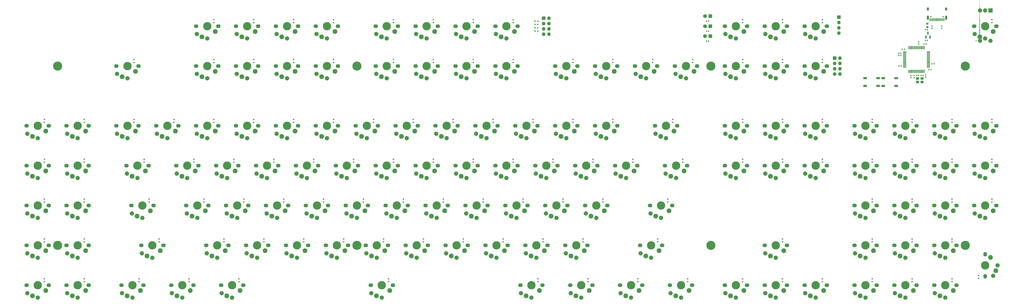
<source format=gbr>
%TF.GenerationSoftware,KiCad,Pcbnew,(6.0.0)*%
%TF.CreationDate,2022-04-04T19:04:30-04:00*%
%TF.ProjectId,SweetBusiness,53776565-7442-4757-9369-6e6573732e6b,rev?*%
%TF.SameCoordinates,Original*%
%TF.FileFunction,Soldermask,Bot*%
%TF.FilePolarity,Negative*%
%FSLAX46Y46*%
G04 Gerber Fmt 4.6, Leading zero omitted, Abs format (unit mm)*
G04 Created by KiCad (PCBNEW (6.0.0)) date 2022-04-04 19:04:30*
%MOMM*%
%LPD*%
G01*
G04 APERTURE LIST*
G04 Aperture macros list*
%AMRoundRect*
0 Rectangle with rounded corners*
0 $1 Rounding radius*
0 $2 $3 $4 $5 $6 $7 $8 $9 X,Y pos of 4 corners*
0 Add a 4 corners polygon primitive as box body*
4,1,4,$2,$3,$4,$5,$6,$7,$8,$9,$2,$3,0*
0 Add four circle primitives for the rounded corners*
1,1,$1+$1,$2,$3*
1,1,$1+$1,$4,$5*
1,1,$1+$1,$6,$7*
1,1,$1+$1,$8,$9*
0 Add four rect primitives between the rounded corners*
20,1,$1+$1,$2,$3,$4,$5,0*
20,1,$1+$1,$4,$5,$6,$7,0*
20,1,$1+$1,$6,$7,$8,$9,0*
20,1,$1+$1,$8,$9,$2,$3,0*%
%AMFreePoly0*
4,1,52,0.201078,0.979575,0.387516,0.921863,0.559193,0.829038,0.709571,0.704634,0.832921,0.553392,0.924546,0.381070,0.980955,0.194234,1.000000,0.000000,0.999610,-0.027922,0.975149,-0.221548,0.913545,-0.406737,0.817145,-0.576432,0.689620,-0.724172,0.535827,-0.844328,0.361625,-0.932324,0.173648,-0.984808,-0.020942,-0.999781,-0.214735,-0.976672,-0.400349,-0.916363,-0.570714,-0.821149,
-0.719340,-0.694658,-0.840567,-0.541708,-0.929776,-0.368125,-0.983571,-0.180519,-0.991955,-0.080679,-1.680947,-0.095033,-1.689030,-0.135671,-1.743223,-0.216777,-1.824329,-0.270970,-1.920000,-0.290000,-2.015671,-0.270970,-2.096777,-0.216777,-2.150970,-0.135671,-2.170000,-0.040000,-2.150970,0.055671,-2.096777,0.136777,-2.015671,0.190970,-1.920000,0.210000,-1.824329,0.190970,-1.743223,0.136777,
-1.689030,0.055671,-1.682920,0.024952,-0.997068,0.039241,-0.978148,0.207912,-0.919135,0.393942,-0.825113,0.564967,-0.699663,0.714473,-0.547563,0.836764,-0.374607,0.927184,-0.187381,0.982287,0.006981,0.999976,0.201078,0.979575,0.201078,0.979575,$1*%
G04 Aperture macros list end*
%ADD10C,4.350000*%
%ADD11C,3.987800*%
%ADD12O,2.150000X1.750000*%
%ADD13C,2.032000*%
%ADD14C,2.286000*%
%ADD15R,1.700000X1.700000*%
%ADD16O,1.700000X1.700000*%
%ADD17FreePoly0,270.000000*%
%ADD18C,2.000000*%
%ADD19R,2.000000X2.000000*%
%ADD20O,1.750000X2.150000*%
%ADD21R,0.700000X0.600000*%
%ADD22RoundRect,0.147500X-0.147500X-0.172500X0.147500X-0.172500X0.147500X0.172500X-0.147500X0.172500X0*%
%ADD23RoundRect,0.075000X0.075000X-0.700000X0.075000X0.700000X-0.075000X0.700000X-0.075000X-0.700000X0*%
%ADD24RoundRect,0.075000X0.700000X-0.075000X0.700000X0.075000X-0.700000X0.075000X-0.700000X-0.075000X0*%
%ADD25RoundRect,0.147500X0.147500X0.172500X-0.147500X0.172500X-0.147500X-0.172500X0.147500X-0.172500X0*%
%ADD26R,0.600000X0.700000*%
%ADD27R,1.400000X1.200000*%
%ADD28RoundRect,0.147500X-0.172500X0.147500X-0.172500X-0.147500X0.172500X-0.147500X0.172500X0.147500X0*%
%ADD29R,1.800000X1.800000*%
%ADD30C,1.800000*%
%ADD31RoundRect,0.147500X0.172500X-0.147500X0.172500X0.147500X-0.172500X0.147500X-0.172500X-0.147500X0*%
%ADD32RoundRect,0.218750X-0.256250X0.218750X-0.256250X-0.218750X0.256250X-0.218750X0.256250X0.218750X0*%
%ADD33R,1.800000X1.100000*%
%ADD34C,0.650000*%
%ADD35R,0.600000X1.450000*%
%ADD36R,0.300000X1.450000*%
%ADD37O,1.000000X2.100000*%
%ADD38O,1.000000X1.600000*%
%ADD39RoundRect,0.150000X0.150000X-0.587500X0.150000X0.587500X-0.150000X0.587500X-0.150000X-0.587500X0*%
G04 APERTURE END LIST*
D10*
%TO.C,H8*%
X511968750Y-236537500D03*
%TD*%
D11*
%TO.C,K70*%
X464343750Y-198437500D03*
D12*
X469626950Y-198437500D03*
X459060550Y-198437500D03*
D13*
X459343750Y-202237500D03*
D14*
X461803750Y-203517500D03*
D13*
X464343750Y-204337500D03*
D14*
X468153750Y-200977500D03*
%TD*%
D11*
%TO.C,K42*%
X340518750Y-179387500D03*
D12*
X335235550Y-179387500D03*
X345801950Y-179387500D03*
D14*
X337978750Y-184467500D03*
D13*
X335518750Y-183187500D03*
D14*
X344328750Y-181927500D03*
D13*
X340518750Y-185287500D03*
%TD*%
D11*
%TO.C,K44*%
X402431250Y-179387500D03*
D12*
X407714450Y-179387500D03*
X397148050Y-179387500D03*
D14*
X399891250Y-184467500D03*
D13*
X397431250Y-183187500D03*
X402431250Y-185287500D03*
D14*
X406241250Y-181927500D03*
%TD*%
D12*
%TO.C,K8*%
X279126950Y-131762500D03*
X268560550Y-131762500D03*
D11*
X273843750Y-131762500D03*
D13*
X268843750Y-135562500D03*
D14*
X271303750Y-136842500D03*
X277653750Y-134302500D03*
D13*
X273843750Y-137662500D03*
%TD*%
D12*
%TO.C,K125*%
X478110550Y-255587500D03*
X488676950Y-255587500D03*
D11*
X483393750Y-255587500D03*
D14*
X480853750Y-260667500D03*
D13*
X478393750Y-259387500D03*
D14*
X487203750Y-258127500D03*
D13*
X483393750Y-261487500D03*
%TD*%
D11*
%TO.C,K110*%
X502443750Y-236537500D03*
D12*
X497160550Y-236537500D03*
X507726950Y-236537500D03*
D14*
X499903750Y-241617500D03*
D13*
X497443750Y-240337500D03*
X502443750Y-242437500D03*
D14*
X506253750Y-239077500D03*
%TD*%
D11*
%TO.C,K84*%
X278606250Y-217487500D03*
D12*
X283889450Y-217487500D03*
X273323050Y-217487500D03*
D14*
X276066250Y-222567500D03*
D13*
X273606250Y-221287500D03*
D14*
X282416250Y-220027500D03*
D13*
X278606250Y-223387500D03*
%TD*%
D12*
%TO.C,K79*%
X188639450Y-217487500D03*
D11*
X183356250Y-217487500D03*
D12*
X178073050Y-217487500D03*
D13*
X178356250Y-221287500D03*
D14*
X180816250Y-222567500D03*
D13*
X183356250Y-223387500D03*
D14*
X187166250Y-220027500D03*
%TD*%
D11*
%TO.C,K38*%
X264318750Y-179387500D03*
D12*
X259035550Y-179387500D03*
X269601950Y-179387500D03*
D13*
X259318750Y-183187500D03*
D14*
X261778750Y-184467500D03*
D13*
X264318750Y-185287500D03*
D14*
X268128750Y-181927500D03*
%TD*%
D12*
%TO.C,K37*%
X239985550Y-179387500D03*
D11*
X245268750Y-179387500D03*
D12*
X250551950Y-179387500D03*
D13*
X240268750Y-183187500D03*
D14*
X242728750Y-184467500D03*
X249078750Y-181927500D03*
D13*
X245268750Y-185287500D03*
%TD*%
D12*
%TO.C,K29*%
X93389450Y-179387500D03*
D11*
X88106250Y-179387500D03*
D12*
X82823050Y-179387500D03*
D14*
X85566250Y-184467500D03*
D13*
X83106250Y-183187500D03*
X88106250Y-185287500D03*
D14*
X91916250Y-181927500D03*
%TD*%
D15*
%TO.C,J1*%
X310668750Y-127962500D03*
D16*
X313208750Y-127962500D03*
X310668750Y-130502500D03*
X313208750Y-130502500D03*
X310668750Y-133042500D03*
X313208750Y-133042500D03*
X310668750Y-135582500D03*
X313208750Y-135582500D03*
%TD*%
D11*
%TO.C,K49*%
X502443750Y-179387500D03*
D12*
X507726950Y-179387500D03*
X497160550Y-179387500D03*
D14*
X499903750Y-184467500D03*
D13*
X497443750Y-183187500D03*
X502443750Y-185287500D03*
D14*
X506253750Y-181927500D03*
%TD*%
D11*
%TO.C,K82*%
X240506250Y-217487500D03*
D12*
X245789450Y-217487500D03*
X235223050Y-217487500D03*
D13*
X235506250Y-221287500D03*
D14*
X237966250Y-222567500D03*
D13*
X240506250Y-223387500D03*
D14*
X244316250Y-220027500D03*
%TD*%
D11*
%TO.C,K3*%
X169068750Y-131762500D03*
D12*
X163785550Y-131762500D03*
X174351950Y-131762500D03*
D13*
X164068750Y-135562500D03*
D14*
X166528750Y-136842500D03*
D13*
X169068750Y-137662500D03*
D14*
X172878750Y-134302500D03*
%TD*%
D11*
%TO.C,K39*%
X283368750Y-179387500D03*
D12*
X288651950Y-179387500D03*
X278085550Y-179387500D03*
D14*
X280828750Y-184467500D03*
D13*
X278368750Y-183187500D03*
X283368750Y-185287500D03*
D14*
X287178750Y-181927500D03*
%TD*%
D12*
%TO.C,K123*%
X445814450Y-255587500D03*
D11*
X440531250Y-255587500D03*
D12*
X435248050Y-255587500D03*
D13*
X435531250Y-259387500D03*
D14*
X437991250Y-260667500D03*
X444341250Y-258127500D03*
D13*
X440531250Y-261487500D03*
%TD*%
D12*
%TO.C,K24*%
X383901950Y-150812500D03*
X373335550Y-150812500D03*
D11*
X378618750Y-150812500D03*
D14*
X376078750Y-155892500D03*
D13*
X373618750Y-154612500D03*
D14*
X382428750Y-153352500D03*
D13*
X378618750Y-156712500D03*
%TD*%
D12*
%TO.C,K17*%
X241026950Y-150812500D03*
X230460550Y-150812500D03*
D11*
X235743750Y-150812500D03*
D14*
X233203750Y-155892500D03*
D13*
X230743750Y-154612500D03*
D14*
X239553750Y-153352500D03*
D13*
X235743750Y-156712500D03*
%TD*%
D11*
%TO.C,K73*%
X521493750Y-198437500D03*
D12*
X516210550Y-198437500D03*
X526776950Y-198437500D03*
D14*
X518953750Y-203517500D03*
D13*
X516493750Y-202237500D03*
X521493750Y-204337500D03*
D14*
X525303750Y-200977500D03*
%TD*%
D12*
%TO.C,K35*%
X212451950Y-179387500D03*
X201885550Y-179387500D03*
D11*
X207168750Y-179387500D03*
D14*
X204628750Y-184467500D03*
D13*
X202168750Y-183187500D03*
X207168750Y-185287500D03*
D14*
X210978750Y-181927500D03*
%TD*%
D15*
%TO.C,J2*%
X451612000Y-127518000D03*
D16*
X451612000Y-130058000D03*
X451612000Y-132598000D03*
X451612000Y-135138000D03*
%TD*%
D12*
%TO.C,K92*%
X516210550Y-217487500D03*
X526776950Y-217487500D03*
D11*
X521493750Y-217487500D03*
D14*
X518953750Y-222567500D03*
D13*
X516493750Y-221287500D03*
D14*
X525303750Y-220027500D03*
D13*
X521493750Y-223387500D03*
%TD*%
D11*
%TO.C,K61*%
X273843750Y-198437500D03*
D12*
X279126950Y-198437500D03*
X268560550Y-198437500D03*
D13*
X268843750Y-202237500D03*
D14*
X271303750Y-203517500D03*
X277653750Y-200977500D03*
D13*
X273843750Y-204337500D03*
%TD*%
D11*
%TO.C,K30*%
X111918750Y-179387500D03*
D12*
X106635550Y-179387500D03*
X117201950Y-179387500D03*
D14*
X109378750Y-184467500D03*
D13*
X106918750Y-183187500D03*
D14*
X115728750Y-181927500D03*
D13*
X111918750Y-185287500D03*
%TD*%
D12*
%TO.C,K83*%
X264839450Y-217487500D03*
D11*
X259556250Y-217487500D03*
D12*
X254273050Y-217487500D03*
D13*
X254556250Y-221287500D03*
D14*
X257016250Y-222567500D03*
D13*
X259556250Y-223387500D03*
D14*
X263366250Y-220027500D03*
%TD*%
D12*
%TO.C,K81*%
X226739450Y-217487500D03*
D11*
X221456250Y-217487500D03*
D12*
X216173050Y-217487500D03*
D14*
X218916250Y-222567500D03*
D13*
X216456250Y-221287500D03*
D14*
X225266250Y-220027500D03*
D13*
X221456250Y-223387500D03*
%TD*%
D12*
%TO.C,K90*%
X488676950Y-217487500D03*
D11*
X483393750Y-217487500D03*
D12*
X478110550Y-217487500D03*
D14*
X480853750Y-222567500D03*
D13*
X478393750Y-221287500D03*
X483393750Y-223387500D03*
D14*
X487203750Y-220027500D03*
%TD*%
D12*
%TO.C,K20*%
X298176950Y-150812500D03*
X287610550Y-150812500D03*
D11*
X292893750Y-150812500D03*
D13*
X287893750Y-154612500D03*
D14*
X290353750Y-155892500D03*
D13*
X292893750Y-156712500D03*
D14*
X296703750Y-153352500D03*
%TD*%
D12*
%TO.C,K59*%
X230460550Y-198437500D03*
D11*
X235743750Y-198437500D03*
D12*
X241026950Y-198437500D03*
D14*
X233203750Y-203517500D03*
D13*
X230743750Y-202237500D03*
D14*
X239553750Y-200977500D03*
D13*
X235743750Y-204337500D03*
%TD*%
D12*
%TO.C,K95*%
X118541800Y-236537500D03*
X129108200Y-236537500D03*
D11*
X123825000Y-236537500D03*
D13*
X118825000Y-240337500D03*
D14*
X121285000Y-241617500D03*
X127635000Y-239077500D03*
D13*
X123825000Y-242437500D03*
%TD*%
D12*
%TO.C,K111*%
X63773050Y-255587500D03*
D11*
X69056250Y-255587500D03*
D12*
X74339450Y-255587500D03*
D13*
X64056250Y-259387500D03*
D14*
X66516250Y-260667500D03*
X72866250Y-258127500D03*
D13*
X69056250Y-261487500D03*
%TD*%
D12*
%TO.C,K50*%
X516210550Y-179387500D03*
D11*
X521493750Y-179387500D03*
D12*
X526776950Y-179387500D03*
D14*
X518953750Y-184467500D03*
D13*
X516493750Y-183187500D03*
D14*
X525303750Y-181927500D03*
D13*
X521493750Y-185287500D03*
%TD*%
D11*
%TO.C,K104*%
X307181250Y-236537500D03*
D12*
X301898050Y-236537500D03*
X312464450Y-236537500D03*
D13*
X302181250Y-240337500D03*
D14*
X304641250Y-241617500D03*
X310991250Y-239077500D03*
D13*
X307181250Y-242437500D03*
%TD*%
D11*
%TO.C,K25*%
X402431250Y-150812500D03*
D12*
X407714450Y-150812500D03*
X397148050Y-150812500D03*
D13*
X397431250Y-154612500D03*
D14*
X399891250Y-155892500D03*
X406241250Y-153352500D03*
D13*
X402431250Y-156712500D03*
%TD*%
D12*
%TO.C,K52*%
X93389450Y-198437500D03*
D11*
X88106250Y-198437500D03*
D12*
X82823050Y-198437500D03*
D13*
X83106250Y-202237500D03*
D14*
X85566250Y-203517500D03*
X91916250Y-200977500D03*
D13*
X88106250Y-204337500D03*
%TD*%
D12*
%TO.C,K2*%
X155301950Y-131762500D03*
X144735550Y-131762500D03*
D11*
X150018750Y-131762500D03*
D13*
X145018750Y-135562500D03*
D14*
X147478750Y-136842500D03*
X153828750Y-134302500D03*
D13*
X150018750Y-137662500D03*
%TD*%
D12*
%TO.C,K100*%
X236264450Y-236537500D03*
X225698050Y-236537500D03*
D11*
X230981250Y-236537500D03*
D14*
X228441250Y-241617500D03*
D13*
X225981250Y-240337500D03*
D14*
X234791250Y-239077500D03*
D13*
X230981250Y-242437500D03*
%TD*%
D11*
%TO.C,K89*%
X464343750Y-217487500D03*
D12*
X469626950Y-217487500D03*
X459060550Y-217487500D03*
D13*
X459343750Y-221287500D03*
D14*
X461803750Y-222567500D03*
D13*
X464343750Y-223387500D03*
D14*
X468153750Y-220027500D03*
%TD*%
D12*
%TO.C,K88*%
X371995700Y-217487500D03*
D11*
X366712500Y-217487500D03*
D12*
X361429300Y-217487500D03*
D14*
X364172500Y-222567500D03*
D13*
X361712500Y-221287500D03*
D14*
X370522500Y-220027500D03*
D13*
X366712500Y-223387500D03*
%TD*%
D12*
%TO.C,K26*%
X426764450Y-150812500D03*
X416198050Y-150812500D03*
D11*
X421481250Y-150812500D03*
D14*
X418941250Y-155892500D03*
D13*
X416481250Y-154612500D03*
X421481250Y-156712500D03*
D14*
X425291250Y-153352500D03*
%TD*%
D12*
%TO.C,K80*%
X207689450Y-217487500D03*
D11*
X202406250Y-217487500D03*
D12*
X197123050Y-217487500D03*
D13*
X197406250Y-221287500D03*
D14*
X199866250Y-222567500D03*
X206216250Y-220027500D03*
D13*
X202406250Y-223387500D03*
%TD*%
D11*
%TO.C,K77*%
X145256250Y-217487500D03*
D12*
X150539450Y-217487500D03*
X139973050Y-217487500D03*
D14*
X142716250Y-222567500D03*
D13*
X140256250Y-221287500D03*
X145256250Y-223387500D03*
D14*
X149066250Y-220027500D03*
%TD*%
D12*
%TO.C,K122*%
X416198050Y-255587500D03*
X426764450Y-255587500D03*
D11*
X421481250Y-255587500D03*
D14*
X418941250Y-260667500D03*
D13*
X416481250Y-259387500D03*
X421481250Y-261487500D03*
D14*
X425291250Y-258127500D03*
%TD*%
D12*
%TO.C,K46*%
X445814450Y-179387500D03*
X435248050Y-179387500D03*
D11*
X440531250Y-179387500D03*
D13*
X435531250Y-183187500D03*
D14*
X437991250Y-184467500D03*
X444341250Y-181927500D03*
D13*
X440531250Y-185287500D03*
%TD*%
D12*
%TO.C,K126*%
X497160550Y-255587500D03*
D11*
X502443750Y-255587500D03*
D12*
X507726950Y-255587500D03*
D13*
X497443750Y-259387500D03*
D14*
X499903750Y-260667500D03*
D13*
X502443750Y-261487500D03*
D14*
X506253750Y-258127500D03*
%TD*%
D12*
%TO.C,K112*%
X82823050Y-255587500D03*
D11*
X88106250Y-255587500D03*
D12*
X93389450Y-255587500D03*
D14*
X85566250Y-260667500D03*
D13*
X83106250Y-259387500D03*
D14*
X91916250Y-258127500D03*
D13*
X88106250Y-261487500D03*
%TD*%
D12*
%TO.C,K113*%
X109016800Y-255587500D03*
X119583200Y-255587500D03*
D11*
X114300000Y-255587500D03*
D14*
X111760000Y-260667500D03*
D13*
X109300000Y-259387500D03*
X114300000Y-261487500D03*
D14*
X118110000Y-258127500D03*
%TD*%
D12*
%TO.C,K65*%
X344760550Y-198437500D03*
D11*
X350043750Y-198437500D03*
D12*
X355326950Y-198437500D03*
D14*
X347503750Y-203517500D03*
D13*
X345043750Y-202237500D03*
D14*
X353853750Y-200977500D03*
D13*
X350043750Y-204337500D03*
%TD*%
D12*
%TO.C,K54*%
X145776950Y-198437500D03*
X135210550Y-198437500D03*
D11*
X140493750Y-198437500D03*
D14*
X137953750Y-203517500D03*
D13*
X135493750Y-202237500D03*
X140493750Y-204337500D03*
D14*
X144303750Y-200977500D03*
%TD*%
D11*
%TO.C,K76*%
X119062500Y-217487500D03*
D12*
X124345700Y-217487500D03*
X113779300Y-217487500D03*
D14*
X116522500Y-222567500D03*
D13*
X114062500Y-221287500D03*
D14*
X122872500Y-220027500D03*
D13*
X119062500Y-223387500D03*
%TD*%
D11*
%TO.C,K78*%
X164306250Y-217487500D03*
D12*
X159023050Y-217487500D03*
X169589450Y-217487500D03*
D13*
X159306250Y-221287500D03*
D14*
X161766250Y-222567500D03*
D13*
X164306250Y-223387500D03*
D14*
X168116250Y-220027500D03*
%TD*%
D11*
%TO.C,K51*%
X69056250Y-198437500D03*
D12*
X63773050Y-198437500D03*
X74339450Y-198437500D03*
D13*
X64056250Y-202237500D03*
D14*
X66516250Y-203517500D03*
X72866250Y-200977500D03*
D13*
X69056250Y-204337500D03*
%TD*%
D12*
%TO.C,K101*%
X255314450Y-236537500D03*
X244748050Y-236537500D03*
D11*
X250031250Y-236537500D03*
D14*
X247491250Y-241617500D03*
D13*
X245031250Y-240337500D03*
X250031250Y-242437500D03*
D14*
X253841250Y-239077500D03*
%TD*%
D11*
%TO.C,K57*%
X197643750Y-198437500D03*
D12*
X192360550Y-198437500D03*
X202926950Y-198437500D03*
D13*
X192643750Y-202237500D03*
D14*
X195103750Y-203517500D03*
X201453750Y-200977500D03*
D13*
X197643750Y-204337500D03*
%TD*%
D11*
%TO.C,K64*%
X330993750Y-198437500D03*
D12*
X336276950Y-198437500D03*
X325710550Y-198437500D03*
D14*
X328453750Y-203517500D03*
D13*
X325993750Y-202237500D03*
X330993750Y-204337500D03*
D14*
X334803750Y-200977500D03*
%TD*%
D12*
%TO.C,K105*%
X320948050Y-236537500D03*
D11*
X326231250Y-236537500D03*
D12*
X331514450Y-236537500D03*
D14*
X323691250Y-241617500D03*
D13*
X321231250Y-240337500D03*
X326231250Y-242437500D03*
D14*
X330041250Y-239077500D03*
%TD*%
D12*
%TO.C,K32*%
X144735550Y-179387500D03*
D11*
X150018750Y-179387500D03*
D12*
X155301950Y-179387500D03*
D13*
X145018750Y-183187500D03*
D14*
X147478750Y-184467500D03*
X153828750Y-181927500D03*
D13*
X150018750Y-185287500D03*
%TD*%
D12*
%TO.C,K27*%
X435248050Y-150812500D03*
X445814450Y-150812500D03*
D11*
X440531250Y-150812500D03*
D13*
X435531250Y-154612500D03*
D14*
X437991250Y-155892500D03*
D13*
X440531250Y-156712500D03*
D14*
X444341250Y-153352500D03*
%TD*%
D12*
%TO.C,K13*%
X144735550Y-150812500D03*
X155301950Y-150812500D03*
D11*
X150018750Y-150812500D03*
D14*
X147478750Y-155892500D03*
D13*
X145018750Y-154612500D03*
D14*
X153828750Y-153352500D03*
D13*
X150018750Y-156712500D03*
%TD*%
D12*
%TO.C,K94*%
X93389450Y-236537500D03*
X82823050Y-236537500D03*
D11*
X88106250Y-236537500D03*
D14*
X85566250Y-241617500D03*
D13*
X83106250Y-240337500D03*
D14*
X91916250Y-239077500D03*
D13*
X88106250Y-242437500D03*
%TD*%
D12*
%TO.C,K93*%
X63773050Y-236537500D03*
X74339450Y-236537500D03*
D11*
X69056250Y-236537500D03*
D14*
X66516250Y-241617500D03*
D13*
X64056250Y-240337500D03*
D14*
X72866250Y-239077500D03*
D13*
X69056250Y-242437500D03*
%TD*%
D12*
%TO.C,K109*%
X478110550Y-236537500D03*
X488676950Y-236537500D03*
D11*
X483393750Y-236537500D03*
D13*
X478393750Y-240337500D03*
D14*
X480853750Y-241617500D03*
D13*
X483393750Y-242437500D03*
D14*
X487203750Y-239077500D03*
%TD*%
D12*
%TO.C,K48*%
X488676950Y-179387500D03*
D11*
X483393750Y-179387500D03*
D12*
X478110550Y-179387500D03*
D14*
X480853750Y-184467500D03*
D13*
X478393750Y-183187500D03*
X483393750Y-185287500D03*
D14*
X487203750Y-181927500D03*
%TD*%
D11*
%TO.C,K58*%
X216693750Y-198437500D03*
D12*
X221976950Y-198437500D03*
X211410550Y-198437500D03*
D14*
X214153750Y-203517500D03*
D13*
X211693750Y-202237500D03*
D14*
X220503750Y-200977500D03*
D13*
X216693750Y-204337500D03*
%TD*%
D12*
%TO.C,K68*%
X416198050Y-198437500D03*
D11*
X421481250Y-198437500D03*
D12*
X426764450Y-198437500D03*
D14*
X418941250Y-203517500D03*
D13*
X416481250Y-202237500D03*
X421481250Y-204337500D03*
D14*
X425291250Y-200977500D03*
%TD*%
D12*
%TO.C,K45*%
X416198050Y-179387500D03*
X426764450Y-179387500D03*
D11*
X421481250Y-179387500D03*
D14*
X418941250Y-184467500D03*
D13*
X416481250Y-183187500D03*
X421481250Y-185287500D03*
D14*
X425291250Y-181927500D03*
%TD*%
D12*
%TO.C,K69*%
X445814450Y-198437500D03*
X435248050Y-198437500D03*
D11*
X440531250Y-198437500D03*
D14*
X437991250Y-203517500D03*
D13*
X435531250Y-202237500D03*
X440531250Y-204337500D03*
D14*
X444341250Y-200977500D03*
%TD*%
D12*
%TO.C,K67*%
X397148050Y-198437500D03*
X407714450Y-198437500D03*
D11*
X402431250Y-198437500D03*
D13*
X397431250Y-202237500D03*
D14*
X399891250Y-203517500D03*
D13*
X402431250Y-204337500D03*
D14*
X406241250Y-200977500D03*
%TD*%
D12*
%TO.C,K72*%
X507726950Y-198437500D03*
X497160550Y-198437500D03*
D11*
X502443750Y-198437500D03*
D14*
X499903750Y-203517500D03*
D13*
X497443750Y-202237500D03*
X502443750Y-204337500D03*
D14*
X506253750Y-200977500D03*
%TD*%
D12*
%TO.C,K1*%
X117201950Y-150812500D03*
X106635550Y-150812500D03*
D11*
X111918750Y-150812500D03*
D14*
X109378750Y-155892500D03*
D13*
X106918750Y-154612500D03*
X111918750Y-156712500D03*
D14*
X115728750Y-153352500D03*
%TD*%
D12*
%TO.C,K10*%
X397148050Y-131762500D03*
X407714450Y-131762500D03*
D11*
X402431250Y-131762500D03*
D13*
X397431250Y-135562500D03*
D14*
X399891250Y-136842500D03*
X406241250Y-134302500D03*
D13*
X402431250Y-137662500D03*
%TD*%
D11*
%TO.C,K74*%
X69056250Y-217487500D03*
D12*
X63773050Y-217487500D03*
X74339450Y-217487500D03*
D13*
X64056250Y-221287500D03*
D14*
X66516250Y-222567500D03*
X72866250Y-220027500D03*
D13*
X69056250Y-223387500D03*
%TD*%
D12*
%TO.C,K23*%
X354285550Y-150812500D03*
X364851950Y-150812500D03*
D11*
X359568750Y-150812500D03*
D13*
X354568750Y-154612500D03*
D14*
X357028750Y-155892500D03*
X363378750Y-153352500D03*
D13*
X359568750Y-156712500D03*
%TD*%
D12*
%TO.C,K120*%
X381520700Y-255587500D03*
X370954300Y-255587500D03*
D11*
X376237500Y-255587500D03*
D14*
X373697500Y-260667500D03*
D13*
X371237500Y-259387500D03*
X376237500Y-261487500D03*
D14*
X380047500Y-258127500D03*
%TD*%
D10*
%TO.C,H4*%
X511968750Y-150812500D03*
%TD*%
%TO.C,H3*%
X390525000Y-150812500D03*
%TD*%
D11*
%TO.C,K28*%
X69056250Y-179387500D03*
D12*
X63773050Y-179387500D03*
X74339450Y-179387500D03*
D13*
X64056250Y-183187500D03*
D14*
X66516250Y-184467500D03*
D13*
X69056250Y-185287500D03*
D14*
X72866250Y-181927500D03*
%TD*%
D12*
%TO.C,K96*%
X149498050Y-236537500D03*
D11*
X154781250Y-236537500D03*
D12*
X160064450Y-236537500D03*
D13*
X149781250Y-240337500D03*
D14*
X152241250Y-241617500D03*
X158591250Y-239077500D03*
D13*
X154781250Y-242437500D03*
%TD*%
D11*
%TO.C,K118*%
X328612500Y-255587500D03*
D12*
X333895700Y-255587500D03*
X323329300Y-255587500D03*
D13*
X323612500Y-259387500D03*
D14*
X326072500Y-260667500D03*
D13*
X328612500Y-261487500D03*
D14*
X332422500Y-258127500D03*
%TD*%
D12*
%TO.C,K87*%
X330473050Y-217487500D03*
X341039450Y-217487500D03*
D11*
X335756250Y-217487500D03*
D13*
X330756250Y-221287500D03*
D14*
X333216250Y-222567500D03*
X339566250Y-220027500D03*
D13*
X335756250Y-223387500D03*
%TD*%
D12*
%TO.C,RX1*%
X516210550Y-131762500D03*
D11*
X521493750Y-131762500D03*
D12*
X526776950Y-131762500D03*
D17*
X518993750Y-138762500D03*
D14*
X518953750Y-136842500D03*
D13*
X516493750Y-135562500D03*
D14*
X525303750Y-134302500D03*
D18*
X523993750Y-138762500D03*
D13*
X521493750Y-137662500D03*
D19*
X523993750Y-124262500D03*
D18*
X518993750Y-124262500D03*
X521493750Y-124262500D03*
%TD*%
D15*
%TO.C,J3*%
X449575000Y-147012500D03*
D16*
X452115000Y-147012500D03*
X449575000Y-149552500D03*
X452115000Y-149552500D03*
X449575000Y-152092500D03*
X452115000Y-152092500D03*
X449575000Y-154632500D03*
X452115000Y-154632500D03*
%TD*%
D11*
%TO.C,K116*%
X233362500Y-255587500D03*
D12*
X228079300Y-255587500D03*
X238645700Y-255587500D03*
D14*
X230822500Y-260667500D03*
D13*
X228362500Y-259387500D03*
X233362500Y-261487500D03*
D14*
X237172500Y-258127500D03*
%TD*%
D10*
%TO.C,H2*%
X221456250Y-150812500D03*
%TD*%
D11*
%TO.C,K114*%
X138112500Y-255587500D03*
D12*
X143395700Y-255587500D03*
X132829300Y-255587500D03*
D14*
X135572500Y-260667500D03*
D13*
X133112500Y-259387500D03*
X138112500Y-261487500D03*
D14*
X141922500Y-258127500D03*
%TD*%
D12*
%TO.C,K6*%
X230460550Y-131762500D03*
D11*
X235743750Y-131762500D03*
D12*
X241026950Y-131762500D03*
D14*
X233203750Y-136842500D03*
D13*
X230743750Y-135562500D03*
X235743750Y-137662500D03*
D14*
X239553750Y-134302500D03*
%TD*%
D12*
%TO.C,K91*%
X507726950Y-217487500D03*
X497160550Y-217487500D03*
D11*
X502443750Y-217487500D03*
D13*
X497443750Y-221287500D03*
D14*
X499903750Y-222567500D03*
D13*
X502443750Y-223387500D03*
D14*
X506253750Y-220027500D03*
%TD*%
D12*
%TO.C,K56*%
X183876950Y-198437500D03*
D11*
X178593750Y-198437500D03*
D12*
X173310550Y-198437500D03*
D13*
X173593750Y-202237500D03*
D14*
X176053750Y-203517500D03*
X182403750Y-200977500D03*
D13*
X178593750Y-204337500D03*
%TD*%
D11*
%TO.C,K15*%
X188118750Y-150812500D03*
D12*
X182835550Y-150812500D03*
X193401950Y-150812500D03*
D14*
X185578750Y-155892500D03*
D13*
X183118750Y-154612500D03*
D14*
X191928750Y-153352500D03*
D13*
X188118750Y-156712500D03*
%TD*%
D11*
%TO.C,K62*%
X292893750Y-198437500D03*
D12*
X298176950Y-198437500D03*
X287610550Y-198437500D03*
D14*
X290353750Y-203517500D03*
D13*
X287893750Y-202237500D03*
D14*
X296703750Y-200977500D03*
D13*
X292893750Y-204337500D03*
%TD*%
D12*
%TO.C,K22*%
X345801950Y-150812500D03*
D11*
X340518750Y-150812500D03*
D12*
X335235550Y-150812500D03*
D14*
X337978750Y-155892500D03*
D13*
X335518750Y-154612500D03*
D14*
X344328750Y-153352500D03*
D13*
X340518750Y-156712500D03*
%TD*%
D12*
%TO.C,K107*%
X416198050Y-236537500D03*
X426764450Y-236537500D03*
D11*
X421481250Y-236537500D03*
D13*
X416481250Y-240337500D03*
D14*
X418941250Y-241617500D03*
D13*
X421481250Y-242437500D03*
D14*
X425291250Y-239077500D03*
%TD*%
D10*
%TO.C,H5*%
X78581250Y-236537500D03*
%TD*%
D12*
%TO.C,K98*%
X187598050Y-236537500D03*
D11*
X192881250Y-236537500D03*
D12*
X198164450Y-236537500D03*
D13*
X187881250Y-240337500D03*
D14*
X190341250Y-241617500D03*
D13*
X192881250Y-242437500D03*
D14*
X196691250Y-239077500D03*
%TD*%
D12*
%TO.C,K66*%
X379139450Y-198437500D03*
X368573050Y-198437500D03*
D11*
X373856250Y-198437500D03*
D13*
X368856250Y-202237500D03*
D14*
X371316250Y-203517500D03*
D13*
X373856250Y-204337500D03*
D14*
X377666250Y-200977500D03*
%TD*%
D12*
%TO.C,K47*%
X469626950Y-179387500D03*
X459060550Y-179387500D03*
D11*
X464343750Y-179387500D03*
D14*
X461803750Y-184467500D03*
D13*
X459343750Y-183187500D03*
X464343750Y-185287500D03*
D14*
X468153750Y-181927500D03*
%TD*%
D12*
%TO.C,K102*%
X274364450Y-236537500D03*
D11*
X269081250Y-236537500D03*
D12*
X263798050Y-236537500D03*
D13*
X264081250Y-240337500D03*
D14*
X266541250Y-241617500D03*
X272891250Y-239077500D03*
D13*
X269081250Y-242437500D03*
%TD*%
D12*
%TO.C,K12*%
X445814450Y-131762500D03*
D11*
X440531250Y-131762500D03*
D12*
X435248050Y-131762500D03*
D14*
X437991250Y-136842500D03*
D13*
X435531250Y-135562500D03*
X440531250Y-137662500D03*
D14*
X444341250Y-134302500D03*
%TD*%
D11*
%TO.C,K99*%
X211931250Y-236537500D03*
D12*
X217214450Y-236537500D03*
X206648050Y-236537500D03*
D13*
X206931250Y-240337500D03*
D14*
X209391250Y-241617500D03*
X215741250Y-239077500D03*
D13*
X211931250Y-242437500D03*
%TD*%
D12*
%TO.C,K117*%
X299516800Y-255587500D03*
X310083200Y-255587500D03*
D11*
X304800000Y-255587500D03*
D13*
X299800000Y-259387500D03*
D14*
X302260000Y-260667500D03*
X308610000Y-258127500D03*
D13*
X304800000Y-261487500D03*
%TD*%
D11*
%TO.C,K60*%
X254793750Y-198437500D03*
D12*
X249510550Y-198437500D03*
X260076950Y-198437500D03*
D13*
X249793750Y-202237500D03*
D14*
X252253750Y-203517500D03*
D13*
X254793750Y-204337500D03*
D14*
X258603750Y-200977500D03*
%TD*%
D10*
%TO.C,H6*%
X221456250Y-236537500D03*
%TD*%
D12*
%TO.C,K33*%
X163785550Y-179387500D03*
X174351950Y-179387500D03*
D11*
X169068750Y-179387500D03*
D14*
X166528750Y-184467500D03*
D13*
X164068750Y-183187500D03*
D14*
X172878750Y-181927500D03*
D13*
X169068750Y-185287500D03*
%TD*%
D12*
%TO.C,K36*%
X231501950Y-179387500D03*
X220935550Y-179387500D03*
D11*
X226218750Y-179387500D03*
D14*
X223678750Y-184467500D03*
D13*
X221218750Y-183187500D03*
D14*
X230028750Y-181927500D03*
D13*
X226218750Y-185287500D03*
%TD*%
D12*
%TO.C,K97*%
X168548050Y-236537500D03*
D11*
X173831250Y-236537500D03*
D12*
X179114450Y-236537500D03*
D13*
X168831250Y-240337500D03*
D14*
X171291250Y-241617500D03*
X177641250Y-239077500D03*
D13*
X173831250Y-242437500D03*
%TD*%
D12*
%TO.C,K34*%
X193401950Y-179387500D03*
D11*
X188118750Y-179387500D03*
D12*
X182835550Y-179387500D03*
D14*
X185578750Y-184467500D03*
D13*
X183118750Y-183187500D03*
D14*
X191928750Y-181927500D03*
D13*
X188118750Y-185287500D03*
%TD*%
D12*
%TO.C,K53*%
X111398050Y-198437500D03*
D11*
X116681250Y-198437500D03*
D12*
X121964450Y-198437500D03*
D13*
X111681250Y-202237500D03*
D14*
X114141250Y-203517500D03*
X120491250Y-200977500D03*
D13*
X116681250Y-204337500D03*
%TD*%
D12*
%TO.C,K124*%
X469626950Y-255587500D03*
X459060550Y-255587500D03*
D11*
X464343750Y-255587500D03*
D14*
X461803750Y-260667500D03*
D13*
X459343750Y-259387500D03*
X464343750Y-261487500D03*
D14*
X468153750Y-258127500D03*
%TD*%
D11*
%TO.C,K19*%
X273843750Y-150812500D03*
D12*
X279126950Y-150812500D03*
X268560550Y-150812500D03*
D14*
X271303750Y-155892500D03*
D13*
X268843750Y-154612500D03*
X273843750Y-156712500D03*
D14*
X277653750Y-153352500D03*
%TD*%
D10*
%TO.C,H7*%
X390525000Y-236537500D03*
%TD*%
D12*
%TO.C,K119*%
X347141800Y-255587500D03*
D11*
X352425000Y-255587500D03*
D12*
X357708200Y-255587500D03*
D14*
X349885000Y-260667500D03*
D13*
X347425000Y-259387500D03*
D14*
X356235000Y-258127500D03*
D13*
X352425000Y-261487500D03*
%TD*%
D12*
%TO.C,K86*%
X321989450Y-217487500D03*
X311423050Y-217487500D03*
D11*
X316706250Y-217487500D03*
D13*
X311706250Y-221287500D03*
D14*
X314166250Y-222567500D03*
X320516250Y-220027500D03*
D13*
X316706250Y-223387500D03*
%TD*%
D12*
%TO.C,K18*%
X260076950Y-150812500D03*
D11*
X254793750Y-150812500D03*
D12*
X249510550Y-150812500D03*
D14*
X252253750Y-155892500D03*
D13*
X249793750Y-154612500D03*
D14*
X258603750Y-153352500D03*
D13*
X254793750Y-156712500D03*
%TD*%
D12*
%TO.C,K108*%
X459060550Y-236537500D03*
X469626950Y-236537500D03*
D11*
X464343750Y-236537500D03*
D13*
X459343750Y-240337500D03*
D14*
X461803750Y-241617500D03*
X468153750Y-239077500D03*
D13*
X464343750Y-242437500D03*
%TD*%
D12*
%TO.C,K115*%
X167208200Y-255587500D03*
D11*
X161925000Y-255587500D03*
D12*
X156641800Y-255587500D03*
D14*
X159385000Y-260667500D03*
D13*
X156925000Y-259387500D03*
X161925000Y-261487500D03*
D14*
X165735000Y-258127500D03*
%TD*%
D12*
%TO.C,K5*%
X212451950Y-131762500D03*
D11*
X207168750Y-131762500D03*
D12*
X201885550Y-131762500D03*
D14*
X204628750Y-136842500D03*
D13*
X202168750Y-135562500D03*
X207168750Y-137662500D03*
D14*
X210978750Y-134302500D03*
%TD*%
D11*
%TO.C,K127*%
X521493750Y-246062500D03*
D20*
X521493750Y-240779300D03*
X521493750Y-251345700D03*
D14*
X526573750Y-248602500D03*
D13*
X525293750Y-251062500D03*
D14*
X524033750Y-242252500D03*
D13*
X527393750Y-246062500D03*
%TD*%
D11*
%TO.C,K63*%
X311943750Y-198437500D03*
D12*
X317226950Y-198437500D03*
X306660550Y-198437500D03*
D13*
X306943750Y-202237500D03*
D14*
X309403750Y-203517500D03*
X315753750Y-200977500D03*
D13*
X311943750Y-204337500D03*
%TD*%
D12*
%TO.C,K41*%
X316185550Y-179387500D03*
D11*
X321468750Y-179387500D03*
D12*
X326751950Y-179387500D03*
D14*
X318928750Y-184467500D03*
D13*
X316468750Y-183187500D03*
X321468750Y-185287500D03*
D14*
X325278750Y-181927500D03*
%TD*%
D12*
%TO.C,K31*%
X136251950Y-179387500D03*
X125685550Y-179387500D03*
D11*
X130968750Y-179387500D03*
D14*
X128428750Y-184467500D03*
D13*
X125968750Y-183187500D03*
D14*
X134778750Y-181927500D03*
D13*
X130968750Y-185287500D03*
%TD*%
D11*
%TO.C,K75*%
X88106250Y-217487500D03*
D12*
X93389450Y-217487500D03*
X82823050Y-217487500D03*
D13*
X83106250Y-221287500D03*
D14*
X85566250Y-222567500D03*
D13*
X88106250Y-223387500D03*
D14*
X91916250Y-220027500D03*
%TD*%
D11*
%TO.C,K4*%
X188118750Y-131762500D03*
D12*
X182835550Y-131762500D03*
X193401950Y-131762500D03*
D13*
X183118750Y-135562500D03*
D14*
X185578750Y-136842500D03*
D13*
X188118750Y-137662500D03*
D14*
X191928750Y-134302500D03*
%TD*%
D12*
%TO.C,K11*%
X426764450Y-131762500D03*
X416198050Y-131762500D03*
D11*
X421481250Y-131762500D03*
D13*
X416481250Y-135562500D03*
D14*
X418941250Y-136842500D03*
D13*
X421481250Y-137662500D03*
D14*
X425291250Y-134302500D03*
%TD*%
D12*
%TO.C,K43*%
X363810550Y-179387500D03*
X374376950Y-179387500D03*
D11*
X369093750Y-179387500D03*
D13*
X364093750Y-183187500D03*
D14*
X366553750Y-184467500D03*
X372903750Y-181927500D03*
D13*
X369093750Y-185287500D03*
%TD*%
D12*
%TO.C,K106*%
X367233200Y-236537500D03*
D11*
X361950000Y-236537500D03*
D12*
X356666800Y-236537500D03*
D14*
X359410000Y-241617500D03*
D13*
X356950000Y-240337500D03*
X361950000Y-242437500D03*
D14*
X365760000Y-239077500D03*
%TD*%
D11*
%TO.C,K21*%
X321468750Y-150812500D03*
D12*
X316185550Y-150812500D03*
X326751950Y-150812500D03*
D13*
X316468750Y-154612500D03*
D14*
X318928750Y-155892500D03*
D13*
X321468750Y-156712500D03*
D14*
X325278750Y-153352500D03*
%TD*%
D11*
%TO.C,K55*%
X159543750Y-198437500D03*
D12*
X154260550Y-198437500D03*
X164826950Y-198437500D03*
D14*
X157003750Y-203517500D03*
D13*
X154543750Y-202237500D03*
D14*
X163353750Y-200977500D03*
D13*
X159543750Y-204337500D03*
%TD*%
D11*
%TO.C,K9*%
X292893750Y-131762500D03*
D12*
X298176950Y-131762500D03*
X287610550Y-131762500D03*
D13*
X287893750Y-135562500D03*
D14*
X290353750Y-136842500D03*
X296703750Y-134302500D03*
D13*
X292893750Y-137662500D03*
%TD*%
D12*
%TO.C,K40*%
X297135550Y-179387500D03*
X307701950Y-179387500D03*
D11*
X302418750Y-179387500D03*
D14*
X299878750Y-184467500D03*
D13*
X297418750Y-183187500D03*
X302418750Y-185287500D03*
D14*
X306228750Y-181927500D03*
%TD*%
D11*
%TO.C,K121*%
X402431250Y-255587500D03*
D12*
X407714450Y-255587500D03*
X397148050Y-255587500D03*
D14*
X399891250Y-260667500D03*
D13*
X397431250Y-259387500D03*
X402431250Y-261487500D03*
D14*
X406241250Y-258127500D03*
%TD*%
D12*
%TO.C,K16*%
X201885550Y-150812500D03*
D11*
X207168750Y-150812500D03*
D12*
X212451950Y-150812500D03*
D13*
X202168750Y-154612500D03*
D14*
X204628750Y-155892500D03*
X210978750Y-153352500D03*
D13*
X207168750Y-156712500D03*
%TD*%
D12*
%TO.C,K85*%
X292373050Y-217487500D03*
X302939450Y-217487500D03*
D11*
X297656250Y-217487500D03*
D14*
X295116250Y-222567500D03*
D13*
X292656250Y-221287500D03*
X297656250Y-223387500D03*
D14*
X301466250Y-220027500D03*
%TD*%
D10*
%TO.C,H1*%
X78581250Y-150812500D03*
%TD*%
D12*
%TO.C,K14*%
X163785550Y-150812500D03*
X174351950Y-150812500D03*
D11*
X169068750Y-150812500D03*
D13*
X164068750Y-154612500D03*
D14*
X166528750Y-155892500D03*
D13*
X169068750Y-156712500D03*
D14*
X172878750Y-153352500D03*
%TD*%
D12*
%TO.C,K7*%
X260076950Y-131762500D03*
D11*
X254793750Y-131762500D03*
D12*
X249510550Y-131762500D03*
D13*
X249793750Y-135562500D03*
D14*
X252253750Y-136842500D03*
D13*
X254793750Y-137662500D03*
D14*
X258603750Y-134302500D03*
%TD*%
D11*
%TO.C,K71*%
X483393750Y-198437500D03*
D12*
X478110550Y-198437500D03*
X488676950Y-198437500D03*
D14*
X480853750Y-203517500D03*
D13*
X478393750Y-202237500D03*
X483393750Y-204337500D03*
D14*
X487203750Y-200977500D03*
%TD*%
D11*
%TO.C,K103*%
X288131250Y-236537500D03*
D12*
X293414450Y-236537500D03*
X282848050Y-236537500D03*
D14*
X285591250Y-241617500D03*
D13*
X283131250Y-240337500D03*
X288131250Y-242437500D03*
D14*
X291941250Y-239077500D03*
%TD*%
D21*
%TO.C,D88*%
X369887500Y-214406250D03*
X369887500Y-215806250D03*
%TD*%
%TO.C,D11*%
X424656250Y-128681250D03*
X424656250Y-130081250D03*
%TD*%
%TO.C,D25*%
X405606250Y-147731250D03*
X405606250Y-149131250D03*
%TD*%
%TO.C,D103*%
X291306250Y-233456250D03*
X291306250Y-234856250D03*
%TD*%
%TO.C,D89*%
X467518750Y-214406250D03*
X467518750Y-215806250D03*
%TD*%
%TO.C,D71*%
X486568750Y-195356250D03*
X486568750Y-196756250D03*
%TD*%
%TO.C,D47*%
X467518750Y-176306250D03*
X467518750Y-177706250D03*
%TD*%
%TO.C,D59*%
X238918750Y-195356250D03*
X238918750Y-196756250D03*
%TD*%
%TO.C,D51*%
X72231250Y-195356250D03*
X72231250Y-196756250D03*
%TD*%
%TO.C,D82*%
X243681250Y-214406250D03*
X243681250Y-215806250D03*
%TD*%
D22*
%TO.C,C7*%
X492910000Y-138557000D03*
X493880000Y-138557000D03*
%TD*%
D21*
%TO.C,D124*%
X467518750Y-252506250D03*
X467518750Y-253906250D03*
%TD*%
%TO.C,D125*%
X486568750Y-252506250D03*
X486568750Y-253906250D03*
%TD*%
%TO.C,D78*%
X167481250Y-214406250D03*
X167481250Y-215806250D03*
%TD*%
%TO.C,D58*%
X219868750Y-195356250D03*
X219868750Y-196756250D03*
%TD*%
%TO.C,D1*%
X115093750Y-147731250D03*
X115093750Y-149131250D03*
%TD*%
%TO.C,D116*%
X236537500Y-252506250D03*
X236537500Y-253906250D03*
%TD*%
%TO.C,D27*%
X443706250Y-147731250D03*
X443706250Y-149131250D03*
%TD*%
%TO.C,D24*%
X381793750Y-147731250D03*
X381793750Y-149131250D03*
%TD*%
%TO.C,D17*%
X238918750Y-147731250D03*
X238918750Y-149131250D03*
%TD*%
%TO.C,D43*%
X372268750Y-176306250D03*
X372268750Y-177706250D03*
%TD*%
%TO.C,D113*%
X117475000Y-252506250D03*
X117475000Y-253906250D03*
%TD*%
%TO.C,D76*%
X122237500Y-214406250D03*
X122237500Y-215806250D03*
%TD*%
%TO.C,D60*%
X257968750Y-195356250D03*
X257968750Y-196756250D03*
%TD*%
%TO.C,D20*%
X296068750Y-147731250D03*
X296068750Y-149131250D03*
%TD*%
%TO.C,D72*%
X505618750Y-195356250D03*
X505618750Y-196756250D03*
%TD*%
%TO.C,D54*%
X143668750Y-195356250D03*
X143668750Y-196756250D03*
%TD*%
D23*
%TO.C,U0*%
X492446000Y-153376000D03*
X491946000Y-153376000D03*
X491446000Y-153376000D03*
X490946000Y-153376000D03*
X490446000Y-153376000D03*
X489946000Y-153376000D03*
X489446000Y-153376000D03*
X488946000Y-153376000D03*
X488446000Y-153376000D03*
X487946000Y-153376000D03*
X487446000Y-153376000D03*
X486946000Y-153376000D03*
X486446000Y-153376000D03*
X485946000Y-153376000D03*
X485446000Y-153376000D03*
X484946000Y-153376000D03*
D24*
X483021000Y-151451000D03*
X483021000Y-150951000D03*
X483021000Y-150451000D03*
X483021000Y-149951000D03*
X483021000Y-149451000D03*
X483021000Y-148951000D03*
X483021000Y-148451000D03*
X483021000Y-147951000D03*
X483021000Y-147451000D03*
X483021000Y-146951000D03*
X483021000Y-146451000D03*
X483021000Y-145951000D03*
X483021000Y-145451000D03*
X483021000Y-144951000D03*
X483021000Y-144451000D03*
X483021000Y-143951000D03*
D23*
X484946000Y-142026000D03*
X485446000Y-142026000D03*
X485946000Y-142026000D03*
X486446000Y-142026000D03*
X486946000Y-142026000D03*
X487446000Y-142026000D03*
X487946000Y-142026000D03*
X488446000Y-142026000D03*
X488946000Y-142026000D03*
X489446000Y-142026000D03*
X489946000Y-142026000D03*
X490446000Y-142026000D03*
X490946000Y-142026000D03*
X491446000Y-142026000D03*
X491946000Y-142026000D03*
X492446000Y-142026000D03*
D24*
X494371000Y-143951000D03*
X494371000Y-144451000D03*
X494371000Y-144951000D03*
X494371000Y-145451000D03*
X494371000Y-145951000D03*
X494371000Y-146451000D03*
X494371000Y-146951000D03*
X494371000Y-147451000D03*
X494371000Y-147951000D03*
X494371000Y-148451000D03*
X494371000Y-148951000D03*
X494371000Y-149451000D03*
X494371000Y-149951000D03*
X494371000Y-150451000D03*
X494371000Y-150951000D03*
X494371000Y-151451000D03*
%TD*%
D25*
%TO.C,C3*%
X493245000Y-140335000D03*
X492275000Y-140335000D03*
%TD*%
D26*
%TO.C,DT4*%
X306481250Y-134143750D03*
X307881250Y-134143750D03*
%TD*%
D21*
%TO.C,D57*%
X200818750Y-195356250D03*
X200818750Y-196756250D03*
%TD*%
%TO.C,D101*%
X253206250Y-233456250D03*
X253206250Y-234856250D03*
%TD*%
%TO.C,D2*%
X153193750Y-128681250D03*
X153193750Y-130081250D03*
%TD*%
%TO.C,D120*%
X379412500Y-252506250D03*
X379412500Y-253906250D03*
%TD*%
%TO.C,D95*%
X127000000Y-233456250D03*
X127000000Y-234856250D03*
%TD*%
%TO.C,D8*%
X277018750Y-128681250D03*
X277018750Y-130081250D03*
%TD*%
D26*
%TO.C,DT1*%
X306481250Y-129381250D03*
X307881250Y-129381250D03*
%TD*%
D21*
%TO.C,D63*%
X315118750Y-195356250D03*
X315118750Y-196756250D03*
%TD*%
%TO.C,D80*%
X205581250Y-214406250D03*
X205581250Y-215806250D03*
%TD*%
D25*
%TO.C,CV1*%
X481180000Y-144780000D03*
X480210000Y-144780000D03*
%TD*%
D22*
%TO.C,RL2*%
X388452500Y-134143750D03*
X389422500Y-134143750D03*
%TD*%
D21*
%TO.C,D12*%
X443706250Y-128681250D03*
X443706250Y-130081250D03*
%TD*%
%TO.C,D3*%
X172243750Y-128681250D03*
X172243750Y-130081250D03*
%TD*%
%TO.C,D34*%
X191293750Y-176306250D03*
X191293750Y-177706250D03*
%TD*%
%TO.C,D104*%
X310356250Y-233456250D03*
X310356250Y-234856250D03*
%TD*%
D27*
%TO.C,Y1*%
X491320000Y-158457000D03*
X489120000Y-158457000D03*
X489120000Y-156757000D03*
X491320000Y-156757000D03*
%TD*%
D21*
%TO.C,D61*%
X277018750Y-195356250D03*
X277018750Y-196756250D03*
%TD*%
%TO.C,D97*%
X177006250Y-233456250D03*
X177006250Y-234856250D03*
%TD*%
D28*
%TO.C,C9*%
X487553000Y-155344000D03*
X487553000Y-156314000D03*
%TD*%
D21*
%TO.C,D13*%
X153193750Y-147731250D03*
X153193750Y-149131250D03*
%TD*%
%TO.C,D118*%
X331787500Y-252506250D03*
X331787500Y-253906250D03*
%TD*%
%TO.C,D45*%
X424656250Y-176306250D03*
X424656250Y-177706250D03*
%TD*%
D29*
%TO.C,KL3*%
X390212500Y-136525000D03*
D30*
X387672500Y-136525000D03*
%TD*%
D21*
%TO.C,D70*%
X467518750Y-195356250D03*
X467518750Y-196756250D03*
%TD*%
%TO.C,D91*%
X505618750Y-214406250D03*
X505618750Y-215806250D03*
%TD*%
%TO.C,D36*%
X229393750Y-176306250D03*
X229393750Y-177706250D03*
%TD*%
D31*
%TO.C,R3*%
X500761000Y-132692000D03*
X500761000Y-131722000D03*
%TD*%
D25*
%TO.C,RB1*%
X481180000Y-145796000D03*
X480210000Y-145796000D03*
%TD*%
D21*
%TO.C,D79*%
X186531250Y-214406250D03*
X186531250Y-215806250D03*
%TD*%
%TO.C,D117*%
X307975000Y-252506250D03*
X307975000Y-253906250D03*
%TD*%
D28*
%TO.C,RB2*%
X489712000Y-139342000D03*
X489712000Y-140312000D03*
%TD*%
D21*
%TO.C,D39*%
X286543750Y-176306250D03*
X286543750Y-177706250D03*
%TD*%
%TO.C,D111*%
X72231250Y-252506250D03*
X72231250Y-253906250D03*
%TD*%
%TO.C,D22*%
X343693750Y-147731250D03*
X343693750Y-149131250D03*
%TD*%
%TO.C,D53*%
X119856250Y-195356250D03*
X119856250Y-196756250D03*
%TD*%
%TO.C,D6*%
X238918750Y-128681250D03*
X238918750Y-130081250D03*
%TD*%
D32*
%TO.C,F0*%
X493903000Y-130657500D03*
X493903000Y-132232500D03*
%TD*%
D21*
%TO.C,D92*%
X524668750Y-214406250D03*
X524668750Y-215806250D03*
%TD*%
%TO.C,D38*%
X267493750Y-176306250D03*
X267493750Y-177706250D03*
%TD*%
%TO.C,D110*%
X505618750Y-233456250D03*
X505618750Y-234856250D03*
%TD*%
%TO.C,D115*%
X165100000Y-252506250D03*
X165100000Y-253906250D03*
%TD*%
%TO.C,D84*%
X281781250Y-214406250D03*
X281781250Y-215806250D03*
%TD*%
%TO.C,DR1*%
X524668750Y-128681250D03*
X524668750Y-130081250D03*
%TD*%
%TO.C,D18*%
X257968750Y-147731250D03*
X257968750Y-149131250D03*
%TD*%
%TO.C,D77*%
X148431250Y-214406250D03*
X148431250Y-215806250D03*
%TD*%
%TO.C,D83*%
X262731250Y-214406250D03*
X262731250Y-215806250D03*
%TD*%
%TO.C,D29*%
X91281250Y-176306250D03*
X91281250Y-177706250D03*
%TD*%
D28*
%TO.C,C1*%
X486003600Y-155344000D03*
X486003600Y-156314000D03*
%TD*%
D21*
%TO.C,D85*%
X300831250Y-214406250D03*
X300831250Y-215806250D03*
%TD*%
%TO.C,D16*%
X210343750Y-147731250D03*
X210343750Y-149131250D03*
%TD*%
%TO.C,D74*%
X72231250Y-214406250D03*
X72231250Y-215806250D03*
%TD*%
D22*
%TO.C,C2*%
X494561000Y-152527000D03*
X495531000Y-152527000D03*
%TD*%
D21*
%TO.C,D68*%
X424656250Y-195356250D03*
X424656250Y-196756250D03*
%TD*%
D29*
%TO.C,KL1*%
X390212500Y-127000000D03*
D30*
X387672500Y-127000000D03*
%TD*%
D21*
%TO.C,D28*%
X72231250Y-176306250D03*
X72231250Y-177706250D03*
%TD*%
%TO.C,D35*%
X210343750Y-176306250D03*
X210343750Y-177706250D03*
%TD*%
%TO.C,D33*%
X172243750Y-176306250D03*
X172243750Y-177706250D03*
%TD*%
%TO.C,D14*%
X172243750Y-147731250D03*
X172243750Y-149131250D03*
%TD*%
%TO.C,D106*%
X365125000Y-233456250D03*
X365125000Y-234856250D03*
%TD*%
%TO.C,D67*%
X405606250Y-195356250D03*
X405606250Y-196756250D03*
%TD*%
%TO.C,D10*%
X405606250Y-128681250D03*
X405606250Y-130081250D03*
%TD*%
%TO.C,D30*%
X115093750Y-176306250D03*
X115093750Y-177706250D03*
%TD*%
D33*
%TO.C,S1*%
X470333000Y-160346000D03*
X464133000Y-160346000D03*
X464133000Y-156646000D03*
X470333000Y-156646000D03*
%TD*%
D21*
%TO.C,D62*%
X296068750Y-195356250D03*
X296068750Y-196756250D03*
%TD*%
%TO.C,D41*%
X324643750Y-176306250D03*
X324643750Y-177706250D03*
%TD*%
D28*
%TO.C,R2*%
X496062000Y-131722000D03*
X496062000Y-132692000D03*
%TD*%
D29*
%TO.C,KL2*%
X390212500Y-131762500D03*
D30*
X387672500Y-131762500D03*
%TD*%
D21*
%TO.C,D109*%
X486568750Y-233456250D03*
X486568750Y-234856250D03*
%TD*%
%TO.C,D98*%
X196056250Y-233456250D03*
X196056250Y-234856250D03*
%TD*%
%TO.C,D100*%
X234156250Y-233456250D03*
X234156250Y-234856250D03*
%TD*%
%TO.C,D19*%
X277018750Y-147731250D03*
X277018750Y-149131250D03*
%TD*%
D25*
%TO.C,CL2*%
X489562000Y-155321000D03*
X488592000Y-155321000D03*
%TD*%
D22*
%TO.C,C8*%
X492910000Y-133477000D03*
X493880000Y-133477000D03*
%TD*%
D21*
%TO.C,D50*%
X524668750Y-176306250D03*
X524668750Y-177706250D03*
%TD*%
%TO.C,D69*%
X443706250Y-195356250D03*
X443706250Y-196756250D03*
%TD*%
%TO.C,D55*%
X162718750Y-195356250D03*
X162718750Y-196756250D03*
%TD*%
%TO.C,D23*%
X362743750Y-147731250D03*
X362743750Y-149131250D03*
%TD*%
%TO.C,D75*%
X91281250Y-214406250D03*
X91281250Y-215806250D03*
%TD*%
D22*
%TO.C,RL1*%
X388452500Y-129381250D03*
X389422500Y-129381250D03*
%TD*%
D21*
%TO.C,D56*%
X181768750Y-195356250D03*
X181768750Y-196756250D03*
%TD*%
%TO.C,D4*%
X191293750Y-128681250D03*
X191293750Y-130081250D03*
%TD*%
%TO.C,D64*%
X334168750Y-195356250D03*
X334168750Y-196756250D03*
%TD*%
%TO.C,D127*%
X518318750Y-252318750D03*
X518318750Y-250918750D03*
%TD*%
%TO.C,D5*%
X210343750Y-128681250D03*
X210343750Y-130081250D03*
%TD*%
%TO.C,D65*%
X353218750Y-195356250D03*
X353218750Y-196756250D03*
%TD*%
%TO.C,D42*%
X343693750Y-176306250D03*
X343693750Y-177706250D03*
%TD*%
%TO.C,D108*%
X467518750Y-233456250D03*
X467518750Y-234856250D03*
%TD*%
%TO.C,D73*%
X524668750Y-195356250D03*
X524668750Y-196756250D03*
%TD*%
%TO.C,D93*%
X72231250Y-233456250D03*
X72231250Y-234856250D03*
%TD*%
%TO.C,D7*%
X257968750Y-128681250D03*
X257968750Y-130081250D03*
%TD*%
%TO.C,D119*%
X355600000Y-252506250D03*
X355600000Y-253906250D03*
%TD*%
%TO.C,D96*%
X157956250Y-233456250D03*
X157956250Y-234856250D03*
%TD*%
D25*
%TO.C,CL1*%
X491848000Y-155321000D03*
X490878000Y-155321000D03*
%TD*%
D21*
%TO.C,D112*%
X91281250Y-252506250D03*
X91281250Y-253906250D03*
%TD*%
%TO.C,D40*%
X305593750Y-176306250D03*
X305593750Y-177706250D03*
%TD*%
%TO.C,D87*%
X338931250Y-214406250D03*
X338931250Y-215806250D03*
%TD*%
%TO.C,D31*%
X134143750Y-176306250D03*
X134143750Y-177706250D03*
%TD*%
%TO.C,D94*%
X91281250Y-233456250D03*
X91281250Y-234856250D03*
%TD*%
D25*
%TO.C,C5*%
X482831000Y-142875000D03*
X481861000Y-142875000D03*
%TD*%
D21*
%TO.C,D49*%
X505618750Y-176306250D03*
X505618750Y-177706250D03*
%TD*%
%TO.C,D48*%
X486568750Y-176306250D03*
X486568750Y-177706250D03*
%TD*%
%TO.C,D102*%
X272256250Y-233456250D03*
X272256250Y-234856250D03*
%TD*%
D22*
%TO.C,R1*%
X496085000Y-149733000D03*
X497055000Y-149733000D03*
%TD*%
D21*
%TO.C,D46*%
X443706250Y-176306250D03*
X443706250Y-177706250D03*
%TD*%
D34*
%TO.C,J0*%
X501365000Y-127218750D03*
X495585000Y-127218750D03*
D35*
X495225000Y-128663750D03*
X496025000Y-128663750D03*
D36*
X497225000Y-128663750D03*
X498225000Y-128663750D03*
X498725000Y-128663750D03*
X499725000Y-128663750D03*
D35*
X500925000Y-128663750D03*
X501725000Y-128663750D03*
X501725000Y-128663750D03*
X500925000Y-128663750D03*
D36*
X500225000Y-128663750D03*
X499225000Y-128663750D03*
X497725000Y-128663750D03*
X496725000Y-128663750D03*
D35*
X496025000Y-128663750D03*
X495225000Y-128663750D03*
D37*
X494155000Y-127748750D03*
X502795000Y-127748750D03*
D38*
X502795000Y-123568750D03*
X494155000Y-123568750D03*
%TD*%
D21*
%TO.C,D90*%
X486568750Y-214406250D03*
X486568750Y-215806250D03*
%TD*%
%TO.C,D107*%
X424656250Y-233456250D03*
X424656250Y-234856250D03*
%TD*%
D28*
%TO.C,C6*%
X493014000Y-155090000D03*
X493014000Y-156060000D03*
%TD*%
D21*
%TO.C,D126*%
X505618750Y-252506250D03*
X505618750Y-253906250D03*
%TD*%
%TO.C,D114*%
X141287500Y-252506250D03*
X141287500Y-253906250D03*
%TD*%
%TO.C,D26*%
X424656250Y-147731250D03*
X424656250Y-149131250D03*
%TD*%
%TO.C,D15*%
X191293750Y-147731250D03*
X191293750Y-149131250D03*
%TD*%
%TO.C,D44*%
X405606250Y-176306250D03*
X405606250Y-177706250D03*
%TD*%
D33*
%TO.C,S2*%
X478969000Y-160346000D03*
X472769000Y-160346000D03*
X478969000Y-156646000D03*
X472769000Y-156646000D03*
%TD*%
D21*
%TO.C,D99*%
X215106250Y-233456250D03*
X215106250Y-234856250D03*
%TD*%
%TO.C,D123*%
X443706250Y-252506250D03*
X443706250Y-253906250D03*
%TD*%
%TO.C,D52*%
X91281250Y-195356250D03*
X91281250Y-196756250D03*
%TD*%
%TO.C,D37*%
X248443750Y-176306250D03*
X248443750Y-177706250D03*
%TD*%
%TO.C,D66*%
X377031250Y-195356250D03*
X377031250Y-196756250D03*
%TD*%
D22*
%TO.C,RL3*%
X388452500Y-138906250D03*
X389422500Y-138906250D03*
%TD*%
D21*
%TO.C,D105*%
X329406250Y-233456250D03*
X329406250Y-234856250D03*
%TD*%
%TO.C,D81*%
X224631250Y-214406250D03*
X224631250Y-215806250D03*
%TD*%
D39*
%TO.C,U1*%
X495107000Y-136954500D03*
X493207000Y-136954500D03*
X494157000Y-135079500D03*
%TD*%
D21*
%TO.C,D121*%
X405606250Y-252506250D03*
X405606250Y-253906250D03*
%TD*%
%TO.C,D32*%
X153193750Y-176306250D03*
X153193750Y-177706250D03*
%TD*%
D25*
%TO.C,C4*%
X481307000Y-150749000D03*
X480337000Y-150749000D03*
%TD*%
D21*
%TO.C,D122*%
X424656250Y-252506250D03*
X424656250Y-253906250D03*
%TD*%
D26*
%TO.C,DT3*%
X306481250Y-132556250D03*
X307881250Y-132556250D03*
%TD*%
D21*
%TO.C,D86*%
X319881250Y-214406250D03*
X319881250Y-215806250D03*
%TD*%
D26*
%TO.C,DT2*%
X306481250Y-130968750D03*
X307881250Y-130968750D03*
%TD*%
D21*
%TO.C,D9*%
X296068750Y-128681250D03*
X296068750Y-130081250D03*
%TD*%
%TO.C,D21*%
X324643750Y-147731250D03*
X324643750Y-149131250D03*
%TD*%
M02*

</source>
